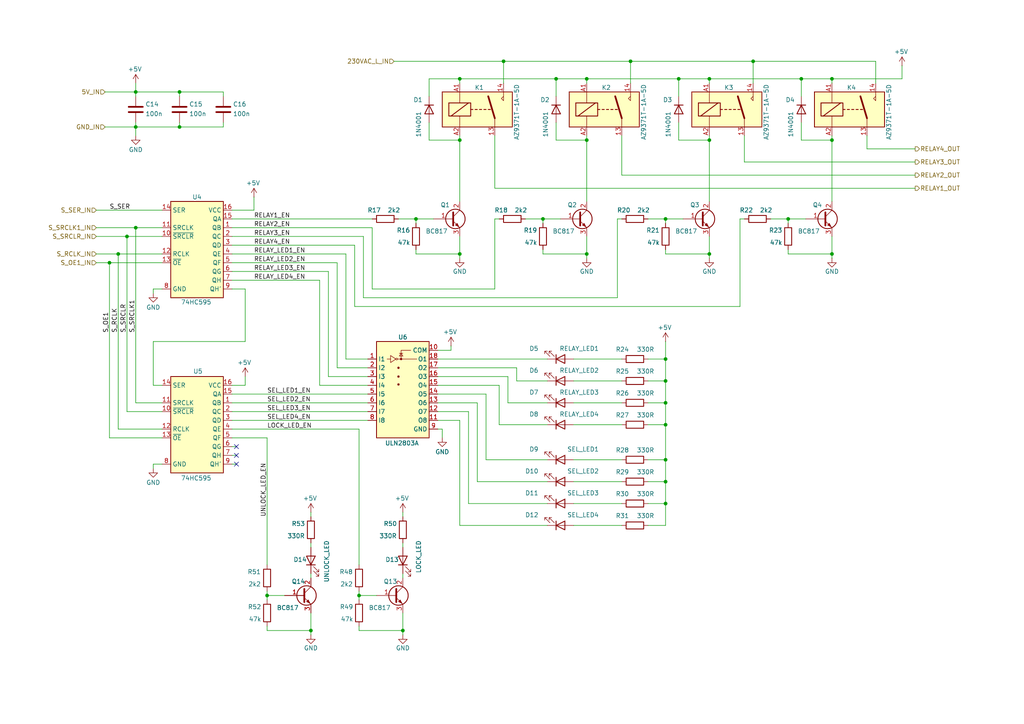
<source format=kicad_sch>
(kicad_sch (version 20231120) (generator "eeschema") (generator_version "8.0")
  (paper "A4")
  (lib_symbols
    (symbol "alf64:+5V" (power) (pin_numbers hide) (pin_names (offset 0) hide)
      (property "Value" "+5V" (at 0 3.556 0))
      (symbol "+5V_0_1"
        (polyline (pts (xy -0.762 1.27) (xy 0 2.54)))
        (polyline (pts (xy 0 0) (xy 0 2.54)))
        (polyline (pts (xy 0 2.54) (xy 0.762 1.27)))
      )
      (symbol "+5V_1_1"
        (pin power_in line (at 0 0 90) (length 0) (name "~") (number "1"))
      )
    )
    (symbol "alf64:74HC595"
      (property "Reference" "U" (at -7.62 13.97 0))
      (property "Value" "74HC595" (at -7.62 -16.51 0))
      (symbol "74HC595_1_0"
        (pin tri_state line (at 10.16 5.08 180) (length 2.54) (name "QB") (number "1"))
        (pin input line (at -10.16 2.54 0) (length 2.54) (name "~{SRCLR}") (number "10"))
        (pin input line (at -10.16 5.08 0) (length 2.54) (name "SRCLK") (number "11"))
        (pin input line (at -10.16 -2.54 0) (length 2.54) (name "RCLK") (number "12"))
        (pin input line (at -10.16 -5.08 0) (length 2.54) (name "~{OE}") (number "13"))
        (pin input line (at -10.16 10.16 0) (length 2.54) (name "SER") (number "14"))
        (pin tri_state line (at 10.16 7.62 180) (length 2.54) (name "QA") (number "15"))
        (pin power_in line (at 10.16 10.16 180) (length 2.54) (name "VCC") (number "16"))
        (pin tri_state line (at 10.16 2.54 180) (length 2.54) (name "QC") (number "2"))
        (pin tri_state line (at 10.16 0 180) (length 2.54) (name "QD") (number "3"))
        (pin tri_state line (at 10.16 -2.54 180) (length 2.54) (name "QE") (number "4"))
        (pin tri_state line (at 10.16 -5.08 180) (length 2.54) (name "QF") (number "5"))
        (pin tri_state line (at 10.16 -7.62 180) (length 2.54) (name "QG") (number "6"))
        (pin tri_state line (at 10.16 -10.16 180) (length 2.54) (name "QH") (number "7"))
        (pin power_in line (at -10.16 -12.7 0) (length 2.54) (name "GND") (number "8"))
        (pin output line (at 10.16 -12.7 180) (length 2.54) (name "QH'") (number "9"))
      )
      (symbol "74HC595_1_1"
        (rectangle (start -7.62 12.7) (end 7.62 -15.24) (stroke (width 0.254)) (fill (type background)))
      )
    )
    (symbol "alf64:C" (pin_numbers hide) (pin_names (offset 0.254))
      (property "Reference" "C" (at 0.635 2.54 0))
      (property "Value" "C" (at 0.635 -2.54 0))
      (symbol "C_0_1"
        (polyline (pts (xy -2.032 -0.762) (xy 2.032 -0.762)) (stroke (width 0.508)))
        (polyline (pts (xy -2.032 0.762) (xy 2.032 0.762)) (stroke (width 0.508)))
      )
      (symbol "C_1_1"
        (pin passive line (at 0 3.81 270) (length 2.794) (name "~") (number "1"))
        (pin passive line (at 0 -3.81 90) (length 2.794) (name "~") (number "2"))
      )
    )
    (symbol "alf64:D" (pin_numbers hide) (pin_names (offset 1.016) hide)
      (property "Reference" "D" (at 0 2.54 0))
      (property "Value" "D" (at 0 -2.54 0))
      (symbol "D_0_1"
        (polyline (pts (xy -1.27 1.27) (xy -1.27 -1.27)) (stroke (width 0.254)))
        (polyline (pts (xy 1.27 0) (xy -1.27 0)))
        (polyline (pts (xy 1.27 1.27) (xy 1.27 -1.27) (xy -1.27 0) (xy 1.27 1.27)) (stroke (width 0.254)))
      )
      (symbol "D_1_1"
        (pin passive line (at -3.81 0 0) (length 2.54) (name "K") (number "1"))
        (pin passive line (at 3.81 0 180) (length 2.54) (name "A") (number "2"))
      )
    )
    (symbol "alf64:GND" (power) (pin_numbers hide) (pin_names (offset 0) hide)
      (property "Value" "GND" (at 0 -3.81 0))
      (symbol "GND_0_1"
        (polyline (pts (xy 0 0) (xy 0 -1.27) (xy 1.27 -1.27) (xy 0 -2.54) (xy -1.27 -1.27) (xy 0 -1.27)))
      )
      (symbol "GND_1_1"
        (pin power_in line (at 0 0 270) (length 0) (name "~") (number "1"))
      )
    )
    (symbol "alf64:LED" (pin_numbers hide) (pin_names (offset 1.016) hide)
      (property "Reference" "D" (at 0 2.54 0))
      (property "Value" "LED" (at 0 -2.54 0))
      (symbol "LED_0_1"
        (polyline (pts (xy -1.27 -1.27) (xy -1.27 1.27)) (stroke (width 0.254)))
        (polyline (pts (xy -1.27 0) (xy 1.27 0)))
        (polyline (pts (xy 1.27 -1.27) (xy 1.27 1.27) (xy -1.27 0) (xy 1.27 -1.27)) (stroke (width 0.254)))
        (polyline (pts (xy -3.048 -0.762) (xy -4.572 -2.286) (xy -3.81 -2.286) (xy -4.572 -2.286) (xy -4.572 -1.524)))
        (polyline (pts (xy -1.778 -0.762) (xy -3.302 -2.286) (xy -2.54 -2.286) (xy -3.302 -2.286) (xy -3.302 -1.524)))
      )
      (symbol "LED_1_1"
        (pin passive line (at -3.81 0 0) (length 2.54) (name "K") (number "1"))
        (pin passive line (at 3.81 0 180) (length 2.54) (name "A") (number "2"))
      )
    )
    (symbol "alf64:Q_NPN_BCE" (pin_names (offset 0) hide)
      (property "Reference" "Q" (at 5.08 1.27 0))
      (property "Value" "Q_NPN_BCE" (at 5.08 -1.27 0))
      (symbol "Q_NPN_BCE_0_1"
        (polyline (pts (xy 0.635 0.635) (xy 2.54 2.54)))
        (polyline (pts (xy 0.635 -0.635) (xy 2.54 -2.54) (xy 2.54 -2.54)))
        (polyline (pts (xy 0.635 1.905) (xy 0.635 -1.905) (xy 0.635 -1.905)) (stroke (width 0.508)))
        (polyline (pts (xy 1.27 -1.778) (xy 1.778 -1.27) (xy 2.286 -2.286) (xy 1.27 -1.778) (xy 1.27 -1.778)) (fill (type outline)))
        (circle (center 1.27 0) (radius 2.8194) (stroke (width 0.254)))
      )
      (symbol "Q_NPN_BCE_1_1"
        (pin input line (at -5.08 0 0) (length 5.715) (name "B") (number "1"))
        (pin passive line (at 2.54 5.08 270) (length 2.54) (name "C") (number "2"))
        (pin passive line (at 2.54 -5.08 90) (length 2.54) (name "E") (number "3"))
      )
    )
    (symbol "alf64:R" (pin_numbers hide) (pin_names (offset 0))
      (property "Reference" "R" (at 2.032 0 90))
      (property "Value" "R" (at 0 0 90))
      (symbol "R_0_1"
        (rectangle (start -1.016 -2.54) (end 1.016 2.54) (stroke (width 0.254)))
      )
      (symbol "R_1_1"
        (pin passive line (at 0 3.81 270) (length 1.27) (name "~") (number "1"))
        (pin passive line (at 0 -3.81 90) (length 1.27) (name "~") (number "2"))
      )
    )
    (symbol "alf64:Relay_SPST-NO"
      (property "Reference" "K" (at 11.43 3.81 0))
      (property "Value" "Relay_SPST-NO" (at 11.43 1.27 0))
      (symbol "Relay_SPST-NO_0_0"
        (polyline (pts (xy 7.62 5.08) (xy 7.62 2.54) (xy 6.985 3.175) (xy 7.62 3.81)))
      )
      (symbol "Relay_SPST-NO_0_1"
        (rectangle (start -10.16 5.08) (end 10.16 -5.08) (stroke (width 0.254)) (fill (type background)))
        (rectangle (start -8.255 1.905) (end -1.905 -1.905) (stroke (width 0.254)))
        (polyline (pts (xy -7.62 -1.905) (xy -2.54 1.905)) (stroke (width 0.254)))
        (polyline (pts (xy -5.08 -5.08) (xy -5.08 -1.905)))
        (polyline (pts (xy -5.08 5.08) (xy -5.08 1.905)))
        (polyline (pts (xy -1.905 0) (xy -1.27 0)) (stroke (width 0.254)))
        (polyline (pts (xy -0.635 0) (xy 0 0)) (stroke (width 0.254)))
        (polyline (pts (xy 0.635 0) (xy 1.27 0)) (stroke (width 0.254)))
        (polyline (pts (xy 1.905 0) (xy 2.54 0)) (stroke (width 0.254)))
        (polyline (pts (xy 3.175 0) (xy 3.81 0)) (stroke (width 0.254)))
        (polyline (pts (xy 5.08 -2.54) (xy 3.175 3.81)) (stroke (width 0.508)))
        (polyline (pts (xy 5.08 -2.54) (xy 5.08 -5.08)))
      )
      (symbol "Relay_SPST-NO_1_1"
        (pin passive line (at 5.08 -7.62 90) (length 2.54) (name "~") (number "13"))
        (pin passive line (at 7.62 7.62 270) (length 2.54) (name "~") (number "14"))
        (pin passive line (at -5.08 7.62 270) (length 2.54) (name "~") (number "A1"))
        (pin passive line (at -5.08 -7.62 90) (length 2.54) (name "~") (number "A2"))
      )
    )
    (symbol "alf64:ULN2803A"
      (property "Reference" "U" (at 0 13.335 0))
      (property "Value" "ULN2803A" (at 0 11.43 0))
      (symbol "ULN2803A_0_1"
        (rectangle (start -7.62 10.16) (end 7.62 -17.78) (stroke (width 0.254)) (fill (type background)))
        (circle (center -1.778 5.08) (radius 0.254))
        (circle (center -1.27 -2.286) (radius 0.254) (fill (type outline)))
        (circle (center -1.27 0) (radius 0.254) (fill (type outline)))
        (circle (center -1.27 2.54) (radius 0.254) (fill (type outline)))
        (circle (center -0.508 5.08) (radius 0.254) (fill (type outline)))
        (polyline (pts (xy -4.572 5.08) (xy -3.556 5.08)))
        (polyline (pts (xy -1.524 5.08) (xy 4.064 5.08)))
        (polyline (pts (xy 0 6.731) (xy -1.016 6.731)))
        (polyline (pts (xy -0.508 5.08) (xy -0.508 7.62) (xy 2.286 7.62)))
        (polyline (pts (xy -3.556 6.096) (xy -3.556 4.064) (xy -2.032 5.08) (xy -3.556 6.096)))
        (polyline (pts (xy 0 5.969) (xy -1.016 5.969) (xy -0.508 6.731) (xy 0 5.969)))
      )
      (symbol "ULN2803A_1_1"
        (pin input line (at -10.16 5.08 0) (length 2.54) (name "I1") (number "1"))
        (pin passive line (at 10.16 7.62 180) (length 2.54) (name "COM") (number "10"))
        (pin open_collector line (at 10.16 -12.7 180) (length 2.54) (name "O8") (number "11"))
        (pin open_collector line (at 10.16 -10.16 180) (length 2.54) (name "O7") (number "12"))
        (pin open_collector line (at 10.16 -7.62 180) (length 2.54) (name "O6") (number "13"))
        (pin open_collector line (at 10.16 -5.08 180) (length 2.54) (name "O5") (number "14"))
        (pin open_collector line (at 10.16 -2.54 180) (length 2.54) (name "O4") (number "15"))
        (pin open_collector line (at 10.16 0 180) (length 2.54) (name "O3") (number "16"))
        (pin open_collector line (at 10.16 2.54 180) (length 2.54) (name "O2") (number "17"))
        (pin open_collector line (at 10.16 5.08 180) (length 2.54) (name "O1") (number "18"))
        (pin input line (at -10.16 2.54 0) (length 2.54) (name "I2") (number "2"))
        (pin input line (at -10.16 0 0) (length 2.54) (name "I3") (number "3"))
        (pin input line (at -10.16 -2.54 0) (length 2.54) (name "I4") (number "4"))
        (pin input line (at -10.16 -5.08 0) (length 2.54) (name "I5") (number "5"))
        (pin input line (at -10.16 -7.62 0) (length 2.54) (name "I6") (number "6"))
        (pin input line (at -10.16 -10.16 0) (length 2.54) (name "I7") (number "7"))
        (pin input line (at -10.16 -12.7 0) (length 2.54) (name "I8") (number "8"))
        (pin power_in line (at 10.16 -15.24 180) (length 2.54) (name "GND") (number "9"))
      )
    )
  )
  (junction (at 205.74 73.66))
  (junction (at 170.18 22.86))
  (junction (at 205.74 22.86))
  (junction (at 161.29 22.86))
  (junction (at 52.07 26.67))
  (junction (at 193.04 116.84))
  (junction (at 34.29 73.66))
  (junction (at 193.04 104.14))
  (junction (at 218.44 17.78))
  (junction (at 170.18 40.64))
  (junction (at 133.35 22.86))
  (junction (at 193.04 139.7))
  (junction (at 146.05 17.78))
  (junction (at 228.6 63.5))
  (junction (at 90.17 182.88))
  (junction (at 120.65 63.5))
  (junction (at 39.37 36.83))
  (junction (at 31.75 76.2))
  (junction (at 241.3 73.66))
  (junction (at 241.3 22.86))
  (junction (at 116.84 182.88))
  (junction (at 52.07 36.83))
  (junction (at 182.88 17.78))
  (junction (at 193.04 110.49))
  (junction (at 232.41 22.86))
  (junction (at 241.3 40.64))
  (junction (at 36.83 68.58))
  (junction (at 196.85 22.86))
  (junction (at 39.37 26.67))
  (junction (at 170.18 73.66))
  (junction (at 77.47 172.72))
  (junction (at 157.48 63.5))
  (junction (at 205.74 40.64))
  (junction (at 133.35 73.66))
  (junction (at 193.04 63.5))
  (junction (at 133.35 40.64))
  (junction (at 193.04 133.35))
  (junction (at 193.04 123.19))
  (junction (at 104.14 172.72))
  (junction (at 193.04 146.05))
  (junction (at 39.37 66.04))
  (no_connect (at 68.58 132.08))
  (no_connect (at 68.58 129.54))
  (no_connect (at 68.58 134.62))
  (wire (pts (xy 52.07 26.67) (xy 64.77 26.67)))
  (wire (pts (xy 179.07 86.36) (xy 105.41 86.36)))
  (wire (pts (xy 133.35 39.37) (xy 133.35 40.64)))
  (wire (pts (xy 46.99 83.82) (xy 44.45 83.82)))
  (wire (pts (xy 180.34 123.19) (xy 166.37 123.19)))
  (wire (pts (xy 205.74 24.13) (xy 205.74 22.86)))
  (wire (pts (xy 205.74 22.86) (xy 232.41 22.86)))
  (wire (pts (xy 95.25 109.22) (xy 106.68 109.22)))
  (wire (pts (xy 133.35 40.64) (xy 124.46 40.64)))
  (wire (pts (xy 193.04 63.5) (xy 198.12 63.5)))
  (wire (pts (xy 170.18 40.64) (xy 161.29 40.64)))
  (wire (pts (xy 67.31 81.28) (xy 92.71 81.28)))
  (wire (pts (xy 36.83 68.58) (xy 46.99 68.58)))
  (wire (pts (xy 133.35 73.66) (xy 133.35 68.58)))
  (wire (pts (xy 241.3 73.66) (xy 241.3 68.58)))
  (wire (pts (xy 67.31 129.54) (xy 68.58 129.54)))
  (wire (pts (xy 116.84 166.37) (xy 116.84 167.64)))
  (wire (pts (xy 90.17 182.88) (xy 90.17 184.15)))
  (wire (pts (xy 228.6 73.66) (xy 241.3 73.66)))
  (wire (pts (xy 193.04 73.66) (xy 205.74 73.66)))
  (wire (pts (xy 46.99 116.84) (xy 39.37 116.84)))
  (wire (pts (xy 228.6 63.5) (xy 233.68 63.5)))
  (wire (pts (xy 39.37 35.56) (xy 39.37 36.83)))
  (wire (pts (xy 187.96 110.49) (xy 193.04 110.49)))
  (wire (pts (xy 133.35 22.86) (xy 161.29 22.86)))
  (wire (pts (xy 193.04 116.84) (xy 193.04 110.49)))
  (wire (pts (xy 67.31 132.08) (xy 68.58 132.08)))
  (wire (pts (xy 138.43 116.84) (xy 127 116.84)))
  (wire (pts (xy 180.34 39.37) (xy 180.34 50.8)))
  (wire (pts (xy 170.18 73.66) (xy 170.18 74.93)))
  (wire (pts (xy 143.51 63.5) (xy 144.78 63.5)))
  (wire (pts (xy 223.52 63.5) (xy 228.6 63.5)))
  (wire (pts (xy 180.34 152.4) (xy 166.37 152.4)))
  (wire (pts (xy 64.77 35.56) (xy 64.77 36.83)))
  (wire (pts (xy 92.71 111.76) (xy 106.68 111.76)))
  (wire (pts (xy 205.74 73.66) (xy 205.74 68.58)))
  (wire (pts (xy 157.48 63.5) (xy 162.56 63.5)))
  (wire (pts (xy 44.45 83.82) (xy 44.45 85.09)))
  (wire (pts (xy 95.25 78.74) (xy 95.25 109.22)))
  (wire (pts (xy 127 101.6) (xy 130.81 101.6)))
  (wire (pts (xy 205.74 73.66) (xy 205.74 74.93)))
  (wire (pts (xy 170.18 39.37) (xy 170.18 40.64)))
  (wire (pts (xy 135.89 146.05) (xy 135.89 119.38)))
  (wire (pts (xy 228.6 63.5) (xy 228.6 64.77)))
  (wire (pts (xy 90.17 148.59) (xy 90.17 149.86)))
  (wire (pts (xy 39.37 26.67) (xy 52.07 26.67)))
  (wire (pts (xy 71.12 83.82) (xy 71.12 99.06)))
  (wire (pts (xy 133.35 121.92) (xy 127 121.92)))
  (wire (pts (xy 77.47 181.61) (xy 77.47 182.88)))
  (wire (pts (xy 27.94 73.66) (xy 34.29 73.66)))
  (wire (pts (xy 214.63 88.9) (xy 102.87 88.9)))
  (wire (pts (xy 147.32 116.84) (xy 158.75 116.84)))
  (wire (pts (xy 157.48 63.5) (xy 157.48 64.77)))
  (wire (pts (xy 67.31 76.2) (xy 97.79 76.2)))
  (wire (pts (xy 193.04 63.5) (xy 193.04 64.77)))
  (wire (pts (xy 187.96 123.19) (xy 193.04 123.19)))
  (wire (pts (xy 205.74 40.64) (xy 196.85 40.64)))
  (wire (pts (xy 170.18 22.86) (xy 161.29 22.86)))
  (wire (pts (xy 67.31 68.58) (xy 105.41 68.58)))
  (wire (pts (xy 143.51 54.61) (xy 265.43 54.61)))
  (wire (pts (xy 71.12 99.06) (xy 44.45 99.06)))
  (wire (pts (xy 44.45 99.06) (xy 44.45 111.76)))
  (wire (pts (xy 241.3 40.64) (xy 241.3 58.42)))
  (wire (pts (xy 97.79 76.2) (xy 97.79 106.68)))
  (wire (pts (xy 170.18 24.13) (xy 170.18 22.86)))
  (wire (pts (xy 64.77 27.94) (xy 64.77 26.67)))
  (wire (pts (xy 39.37 27.94) (xy 39.37 26.67)))
  (wire (pts (xy 44.45 135.89) (xy 44.45 134.62)))
  (wire (pts (xy 196.85 40.64) (xy 196.85 35.56)))
  (wire (pts (xy 144.78 111.76) (xy 144.78 123.19)))
  (wire (pts (xy 39.37 39.37) (xy 39.37 36.83)))
  (wire (pts (xy 241.3 22.86) (xy 232.41 22.86)))
  (wire (pts (xy 193.04 152.4) (xy 193.04 146.05)))
  (wire (pts (xy 138.43 139.7) (xy 138.43 116.84)))
  (wire (pts (xy 140.97 114.3) (xy 140.97 133.35)))
  (wire (pts (xy 77.47 127) (xy 77.47 163.83)))
  (wire (pts (xy 143.51 39.37) (xy 143.51 54.61)))
  (wire (pts (xy 67.31 121.92) (xy 106.68 121.92)))
  (wire (pts (xy 241.3 39.37) (xy 241.3 40.64)))
  (wire (pts (xy 158.75 133.35) (xy 140.97 133.35)))
  (wire (pts (xy 127 114.3) (xy 140.97 114.3)))
  (wire (pts (xy 104.14 124.46) (xy 67.31 124.46)))
  (wire (pts (xy 144.78 123.19) (xy 158.75 123.19)))
  (wire (pts (xy 170.18 40.64) (xy 170.18 58.42)))
  (wire (pts (xy 149.86 106.68) (xy 149.86 110.49)))
  (wire (pts (xy 130.81 101.6) (xy 130.81 100.33)))
  (wire (pts (xy 133.35 40.64) (xy 133.35 58.42)))
  (wire (pts (xy 27.94 68.58) (xy 36.83 68.58)))
  (wire (pts (xy 215.9 46.99) (xy 265.43 46.99)))
  (wire (pts (xy 90.17 182.88) (xy 90.17 177.8)))
  (wire (pts (xy 104.14 172.72) (xy 109.22 172.72)))
  (wire (pts (xy 187.96 63.5) (xy 193.04 63.5)))
  (wire (pts (xy 187.96 116.84) (xy 193.04 116.84)))
  (wire (pts (xy 127 104.14) (xy 158.75 104.14)))
  (wire (pts (xy 180.34 146.05) (xy 166.37 146.05)))
  (wire (pts (xy 97.79 106.68) (xy 106.68 106.68)))
  (wire (pts (xy 251.46 43.18) (xy 265.43 43.18)))
  (wire (pts (xy 133.35 24.13) (xy 133.35 22.86)))
  (wire (pts (xy 39.37 36.83) (xy 30.48 36.83)))
  (wire (pts (xy 127 111.76) (xy 144.78 111.76)))
  (wire (pts (xy 232.41 22.86) (xy 232.41 27.94)))
  (wire (pts (xy 104.14 172.72) (xy 104.14 173.99)))
  (wire (pts (xy 133.35 152.4) (xy 133.35 121.92)))
  (wire (pts (xy 180.34 139.7) (xy 166.37 139.7)))
  (wire (pts (xy 100.33 73.66) (xy 100.33 104.14)))
  (wire (pts (xy 127 109.22) (xy 147.32 109.22)))
  (wire (pts (xy 100.33 104.14) (xy 106.68 104.14)))
  (wire (pts (xy 180.34 110.49) (xy 166.37 110.49)))
  (wire (pts (xy 133.35 73.66) (xy 133.35 74.93)))
  (wire (pts (xy 179.07 63.5) (xy 180.34 63.5)))
  (wire (pts (xy 77.47 182.88) (xy 90.17 182.88)))
  (wire (pts (xy 114.3 17.78) (xy 146.05 17.78)))
  (wire (pts (xy 241.3 40.64) (xy 232.41 40.64)))
  (wire (pts (xy 218.44 24.13) (xy 218.44 17.78)))
  (wire (pts (xy 44.45 134.62) (xy 46.99 134.62)))
  (wire (pts (xy 147.32 109.22) (xy 147.32 116.84)))
  (wire (pts (xy 161.29 40.64) (xy 161.29 35.56)))
  (wire (pts (xy 128.27 124.46) (xy 128.27 127)))
  (wire (pts (xy 182.88 24.13) (xy 182.88 17.78)))
  (wire (pts (xy 104.14 171.45) (xy 104.14 172.72)))
  (wire (pts (xy 187.96 133.35) (xy 193.04 133.35)))
  (wire (pts (xy 205.74 40.64) (xy 205.74 58.42)))
  (wire (pts (xy 158.75 146.05) (xy 135.89 146.05)))
  (wire (pts (xy 31.75 76.2) (xy 46.99 76.2)))
  (wire (pts (xy 158.75 152.4) (xy 133.35 152.4)))
  (wire (pts (xy 73.66 60.96) (xy 73.66 57.15)))
  (wire (pts (xy 127 124.46) (xy 128.27 124.46)))
  (wire (pts (xy 193.04 146.05) (xy 193.04 139.7)))
  (wire (pts (xy 44.45 111.76) (xy 46.99 111.76)))
  (wire (pts (xy 71.12 111.76) (xy 71.12 109.22)))
  (wire (pts (xy 241.3 22.86) (xy 261.62 22.86)))
  (wire (pts (xy 232.41 40.64) (xy 232.41 35.56)))
  (wire (pts (xy 133.35 22.86) (xy 124.46 22.86)))
  (wire (pts (xy 254 24.13) (xy 254 17.78)))
  (wire (pts (xy 34.29 124.46) (xy 34.29 73.66)))
  (wire (pts (xy 196.85 22.86) (xy 196.85 27.94)))
  (wire (pts (xy 158.75 139.7) (xy 138.43 139.7)))
  (wire (pts (xy 157.48 73.66) (xy 170.18 73.66)))
  (wire (pts (xy 193.04 139.7) (xy 193.04 133.35)))
  (wire (pts (xy 143.51 83.82) (xy 143.51 63.5)))
  (wire (pts (xy 46.99 119.38) (xy 36.83 119.38)))
  (wire (pts (xy 46.99 127) (xy 31.75 127)))
  (wire (pts (xy 52.07 35.56) (xy 52.07 36.83)))
  (wire (pts (xy 214.63 88.9) (xy 214.63 63.5)))
  (wire (pts (xy 161.29 22.86) (xy 161.29 27.94)))
  (wire (pts (xy 67.31 60.96) (xy 73.66 60.96)))
  (wire (pts (xy 124.46 40.64) (xy 124.46 35.56)))
  (wire (pts (xy 34.29 73.66) (xy 46.99 73.66)))
  (wire (pts (xy 67.31 73.66) (xy 100.33 73.66)))
  (wire (pts (xy 180.34 104.14) (xy 166.37 104.14)))
  (wire (pts (xy 149.86 110.49) (xy 158.75 110.49)))
  (wire (pts (xy 187.96 139.7) (xy 193.04 139.7)))
  (wire (pts (xy 67.31 134.62) (xy 68.58 134.62)))
  (wire (pts (xy 157.48 72.39) (xy 157.48 73.66)))
  (wire (pts (xy 116.84 148.59) (xy 116.84 149.86)))
  (wire (pts (xy 146.05 17.78) (xy 182.88 17.78)))
  (wire (pts (xy 152.4 63.5) (xy 157.48 63.5)))
  (wire (pts (xy 124.46 22.86) (xy 124.46 27.94)))
  (wire (pts (xy 214.63 63.5) (xy 215.9 63.5)))
  (wire (pts (xy 127 106.68) (xy 149.86 106.68)))
  (wire (pts (xy 116.84 157.48) (xy 116.84 158.75)))
  (wire (pts (xy 205.74 22.86) (xy 196.85 22.86)))
  (wire (pts (xy 39.37 24.13) (xy 39.37 26.67)))
  (wire (pts (xy 39.37 116.84) (xy 39.37 66.04)))
  (wire (pts (xy 261.62 22.86) (xy 261.62 19.05)))
  (wire (pts (xy 193.04 104.14) (xy 193.04 99.06)))
  (wire (pts (xy 115.57 63.5) (xy 120.65 63.5)))
  (wire (pts (xy 67.31 71.12) (xy 102.87 71.12)))
  (wire (pts (xy 27.94 76.2) (xy 31.75 76.2)))
  (wire (pts (xy 180.34 133.35) (xy 166.37 133.35)))
  (wire (pts (xy 27.94 66.04) (xy 39.37 66.04)))
  (wire (pts (xy 90.17 166.37) (xy 90.17 167.64)))
  (wire (pts (xy 120.65 73.66) (xy 133.35 73.66)))
  (wire (pts (xy 187.96 152.4) (xy 193.04 152.4)))
  (wire (pts (xy 135.89 119.38) (xy 127 119.38)))
  (wire (pts (xy 102.87 88.9) (xy 102.87 71.12)))
  (wire (pts (xy 107.95 83.82) (xy 107.95 66.04)))
  (wire (pts (xy 104.14 124.46) (xy 104.14 163.83)))
  (wire (pts (xy 67.31 66.04) (xy 107.95 66.04)))
  (wire (pts (xy 120.65 72.39) (xy 120.65 73.66)))
  (wire (pts (xy 46.99 124.46) (xy 34.29 124.46)))
  (wire (pts (xy 205.74 39.37) (xy 205.74 40.64)))
  (wire (pts (xy 39.37 36.83) (xy 52.07 36.83)))
  (wire (pts (xy 104.14 181.61) (xy 104.14 182.88)))
  (wire (pts (xy 27.94 60.96) (xy 46.99 60.96)))
  (wire (pts (xy 90.17 157.48) (xy 90.17 158.75)))
  (wire (pts (xy 180.34 50.8) (xy 265.43 50.8)))
  (wire (pts (xy 104.14 182.88) (xy 116.84 182.88)))
  (wire (pts (xy 120.65 63.5) (xy 120.65 64.77)))
  (wire (pts (xy 67.31 119.38) (xy 106.68 119.38)))
  (wire (pts (xy 170.18 73.66) (xy 170.18 68.58)))
  (wire (pts (xy 193.04 110.49) (xy 193.04 104.14)))
  (wire (pts (xy 67.31 63.5) (xy 107.95 63.5)))
  (wire (pts (xy 77.47 171.45) (xy 77.47 172.72)))
  (wire (pts (xy 241.3 24.13) (xy 241.3 22.86)))
  (wire (pts (xy 52.07 36.83) (xy 64.77 36.83)))
  (wire (pts (xy 187.96 104.14) (xy 193.04 104.14)))
  (wire (pts (xy 116.84 182.88) (xy 116.84 177.8)))
  (wire (pts (xy 92.71 81.28) (xy 92.71 111.76)))
  (wire (pts (xy 31.75 127) (xy 31.75 76.2)))
  (wire (pts (xy 67.31 116.84) (xy 106.68 116.84)))
  (wire (pts (xy 67.31 78.74) (xy 95.25 78.74)))
  (wire (pts (xy 77.47 127) (xy 67.31 127)))
  (wire (pts (xy 193.04 133.35) (xy 193.04 123.19)))
  (wire (pts (xy 182.88 17.78) (xy 218.44 17.78)))
  (wire (pts (xy 146.05 17.78) (xy 146.05 24.13)))
  (wire (pts (xy 67.31 83.82) (xy 71.12 83.82)))
  (wire (pts (xy 251.46 39.37) (xy 251.46 43.18)))
  (wire (pts (xy 254 17.78) (xy 218.44 17.78)))
  (wire (pts (xy 67.31 111.76) (xy 71.12 111.76)))
  (wire (pts (xy 193.04 123.19) (xy 193.04 116.84)))
  (wire (pts (xy 67.31 114.3) (xy 106.68 114.3)))
  (wire (pts (xy 36.83 119.38) (xy 36.83 68.58)))
  (wire (pts (xy 39.37 66.04) (xy 46.99 66.04)))
  (wire (pts (xy 180.34 116.84) (xy 166.37 116.84)))
  (wire (pts (xy 215.9 39.37) (xy 215.9 46.99)))
  (wire (pts (xy 39.37 26.67) (xy 30.48 26.67)))
  (wire (pts (xy 143.51 83.82) (xy 107.95 83.82)))
  (wire (pts (xy 241.3 73.66) (xy 241.3 74.93)))
  (wire (pts (xy 193.04 72.39) (xy 193.04 73.66)))
  (wire (pts (xy 105.41 86.36) (xy 105.41 68.58)))
  (wire (pts (xy 187.96 146.05) (xy 193.04 146.05)))
  (wire (pts (xy 77.47 172.72) (xy 77.47 173.99)))
  (wire (pts (xy 77.47 172.72) (xy 82.55 172.72)))
  (wire (pts (xy 170.18 22.86) (xy 196.85 22.86)))
  (wire (pts (xy 116.84 182.88) (xy 116.84 184.15)))
  (wire (pts (xy 179.07 86.36) (xy 179.07 63.5)))
  (wire (pts (xy 228.6 72.39) (xy 228.6 73.66)))
  (wire (pts (xy 52.07 27.94) (xy 52.07 26.67)))
  (wire (pts (xy 120.65 63.5) (xy 125.73 63.5)))
  (label "SEL_LED2_EN" (at 77.47 116.84 0))
  (label "SEL_LED4_EN" (at 77.47 121.92 0))
  (label "RELAY4_EN" (at 73.66 71.12 0))
  (label "RELAY1_EN" (at 73.66 63.5 0))
  (label "S_OE1" (at 31.75 96.52 90))
  (label "SEL_LED3_EN" (at 77.47 119.38 0))
  (label "S_SRCLK1" (at 39.37 96.52 90))
  (label "S_RCLK" (at 34.29 96.52 90))
  (label "RELAY_LED1_EN" (at 73.66 73.66 0))
  (label "UNLOCK_LED_EN" (at 77.47 149.86 90))
  (label "SEL_LED1_EN" (at 77.47 114.3 0))
  (label "RELAY2_EN" (at 73.66 66.04 0))
  (label "RELAY_LED3_EN" (at 73.66 78.74 0))
  (label "S_SRCLR" (at 36.83 96.52 90))
  (label "RELAY_LED2_EN" (at 73.66 76.2 0))
  (label "LOCK_LED_EN" (at 77.47 124.46 0))
  (label "S_SER" (at 31.75 60.96 0))
  (label "RELAY3_EN" (at 73.66 68.58 0))
  (label "RELAY_LED4_EN" (at 73.66 81.28 0))
  (hierarchical_label "S_RCLK_IN" (shape input) (at 27.94 73.66 180))
  (hierarchical_label "RELAY2_OUT" (shape output) (at 265.43 50.8 0))
  (hierarchical_label "S_OE1_IN" (shape input) (at 27.94 76.2 180))
  (hierarchical_label "RELAY1_OUT" (shape output) (at 265.43 54.61 0))
  (hierarchical_label "GND_IN" (shape input) (at 30.48 36.83 180))
  (hierarchical_label "RELAY3_OUT" (shape output) (at 265.43 46.99 0))
  (hierarchical_label "S_SER_IN" (shape input) (at 27.94 60.96 180))
  (hierarchical_label "5V_IN" (shape input) (at 30.48 26.67 180))
  (hierarchical_label "S_SRCLR_IN" (shape input) (at 27.94 68.58 180))
  (hierarchical_label "230VAC_L_IN" (shape input) (at 114.3 17.78 180))
  (hierarchical_label "RELAY4_OUT" (shape output) (at 265.43 43.18 0))
  (hierarchical_label "S_SRCLK1_IN" (shape input) (at 27.94 66.04 180))
  (symbol (lib_id "alf64:+5V") (at 71.12 109.22 0) (unit 1)
    (property "Reference" "#PWR047" (effects (hide yes)))
    (property "Value" "+5V" (at 70.866 105.156 0))
    (property "Description" "Power symbol creates a global label with name \"+5V\"" (effects (hide yes)))
  )
  (symbol (lib_id "alf64:Q_NPN_BCE") (at 238.76 63.5 0) (unit 1)
    (property "Reference" "Q4" (at 235.712 59.436 0) (effects (justify left)))
    (property "Value" "BC817" (at 231.394 67.056 0) (effects (justify left)))
    (property "Description" "NPN transistor, base/collector/emitter" (effects (hide yes)))
  )
  (symbol (lib_id "alf64:R") (at 193.04 68.58 0) (unit 1)
    (property "Reference" "R21" (at 187.452 66.802 0) (effects (justify left)))
    (property "Value" "47k" (at 187.706 70.358 0) (effects (justify left)))
    (property "Description" "Resistor" (effects (hide yes)))
  )
  (symbol (lib_id "alf64:C") (at 52.07 31.75 0) (unit 1)
    (property "Reference" "C15" (at 54.864 30.226 0) (effects (justify left)))
    (property "Value" "100n" (at 54.864 33.02 0) (effects (justify left)))
    (property "Description" "Unpolarized capacitor" (effects (hide yes)))
  )
  (symbol (lib_id "alf64:Relay_SPST-NO") (at 138.43 31.75 0) (unit 1)
    (property "Reference" "K1" (at 137.668 25.4 0) (effects (justify left)))
    (property "Value" "AZ9371T-1A-5D" (at 149.86 40.64 90) (effects (justify left)))
    (property "Description" "Relay SPST, Normally Open, EN50005" (effects (hide yes)))
  )
  (symbol (lib_id "alf64:D") (at 161.29 31.75 270) (unit 1)
    (property "Reference" "D2" (at 156.718 28.956 90) (effects (justify left)))
    (property "Value" "1N4001" (at 158.242 32.258 0) (effects (justify left)))
    (property "Description" "Diode" (effects (hide yes)))
    (property "Sim.Device" "D" (effects (hide yes)))
    (property "Sim.Pins" "1=K 2=A" (effects (hide yes)))
  )
  (symbol (lib_id "alf64:GND") (at 205.74 74.93 0) (unit 1)
    (property "Reference" "#PWR021" (effects (hide yes)))
    (property "Value" "GND" (at 205.74 78.74 0))
    (property "Description" "Power symbol creates a global label with name \"GND\" , ground" (effects (hide yes)))
  )
  (symbol (lib_id "alf64:LED") (at 162.56 123.19 0) (mirror x) (unit 1)
    (property "Reference" "D8" (at 156.21 120.142 0) (effects (justify right)))
    (property "Value" "RELAY_LED4" (at 173.736 120.142 0) (effects (justify right)))
    (property "Description" "Light emitting diode" (effects (hide yes)))
  )
  (symbol (lib_id "alf64:GND") (at 39.37 39.37 0) (unit 1)
    (property "Reference" "#PWR025" (effects (hide yes)))
    (property "Value" "GND" (at 39.37 43.434 0))
    (property "Description" "Power symbol creates a global label with name \"GND\" , ground" (effects (hide yes)))
  )
  (symbol (lib_id "alf64:+5V") (at 116.84 148.59 0) (unit 1)
    (property "Reference" "#PWR041" (effects (hide yes)))
    (property "Value" "+5V" (at 116.586 144.526 0))
    (property "Description" "Power symbol creates a global label with name \"+5V\"" (effects (hide yes)))
  )
  (symbol (lib_id "alf64:LED") (at 162.56 110.49 0) (mirror x) (unit 1)
    (property "Reference" "D6" (at 156.21 107.442 0) (effects (justify right)))
    (property "Value" "RELAY_LED2" (at 173.736 107.442 0) (effects (justify right)))
    (property "Description" "Light emitting diode" (effects (hide yes)))
  )
  (symbol (lib_id "alf64:LED") (at 90.17 162.56 90) (unit 1)
    (property "Reference" "D14" (at 85.09 162.306 90) (effects (justify right)))
    (property "Value" "UNLOCK_LED" (at 94.742 156.718 0) (effects (justify right)))
    (property "Description" "Light emitting diode" (effects (hide yes)))
  )
  (symbol (lib_id "alf64:D") (at 196.85 31.75 270) (unit 1)
    (property "Reference" "D3" (at 192.278 28.956 90) (effects (justify left)))
    (property "Value" "1N4001" (at 193.802 32.258 0) (effects (justify left)))
    (property "Description" "Diode" (effects (hide yes)))
    (property "Sim.Device" "D" (effects (hide yes)))
    (property "Sim.Pins" "1=K 2=A" (effects (hide yes)))
  )
  (symbol (lib_id "alf64:LED") (at 162.56 152.4 0) (mirror x) (unit 1)
    (property "Reference" "D12" (at 156.21 149.352 0) (effects (justify right)))
    (property "Value" "SEL_LED4" (at 173.736 149.352 0) (effects (justify right)))
    (property "Description" "Light emitting diode" (effects (hide yes)))
  )
  (symbol (lib_id "alf64:+5V") (at 130.81 100.33 0) (unit 1)
    (property "Reference" "#PWR023" (effects (hide yes)))
    (property "Value" "+5V" (at 130.556 96.266 0))
    (property "Description" "Power symbol creates a global label with name \"+5V\"" (effects (hide yes)))
  )
  (symbol (lib_id "alf64:Q_NPN_BCE") (at 87.63 172.72 0) (unit 1)
    (property "Reference" "Q14" (at 84.582 168.656 0) (effects (justify left)))
    (property "Value" "BC817" (at 80.264 176.276 0) (effects (justify left)))
    (property "Description" "NPN transistor, base/collector/emitter" (effects (hide yes)))
  )
  (symbol (lib_id "alf64:R") (at 184.15 139.7 270) (unit 1)
    (property "Reference" "R29" (at 178.562 136.906 90) (effects (justify left)))
    (property "Value" "330R" (at 184.658 136.906 90) (effects (justify left)))
    (property "Description" "Resistor" (effects (hide yes)))
  )
  (symbol (lib_id "alf64:+5V") (at 90.17 148.59 0) (unit 1)
    (property "Reference" "#PWR043" (effects (hide yes)))
    (property "Value" "+5V" (at 89.916 144.526 0))
    (property "Description" "Power symbol creates a global label with name \"+5V\"" (effects (hide yes)))
  )
  (symbol (lib_id "alf64:R") (at 120.65 68.58 0) (unit 1)
    (property "Reference" "R16" (at 115.062 66.802 0) (effects (justify left)))
    (property "Value" "47k" (at 115.316 70.358 0) (effects (justify left)))
    (property "Description" "Resistor" (effects (hide yes)))
  )
  (symbol (lib_id "alf64:Relay_SPST-NO") (at 210.82 31.75 0) (unit 1)
    (property "Reference" "K3" (at 210.058 25.4 0) (effects (justify left)))
    (property "Value" "AZ9371T-1A-5D" (at 222.25 40.64 90) (effects (justify left)))
    (property "Description" "Relay SPST, Normally Open, EN50005" (effects (hide yes)))
  )
  (symbol (lib_id "alf64:R") (at 157.48 68.58 0) (unit 1)
    (property "Reference" "R19" (at 151.892 66.802 0) (effects (justify left)))
    (property "Value" "47k" (at 152.146 70.358 0) (effects (justify left)))
    (property "Description" "Resistor" (effects (hide yes)))
  )
  (symbol (lib_id "alf64:ULN2803A") (at 116.84 109.22 0) (unit 1)
    (property "Reference" "U6" (at 116.84 97.79 0))
    (property "Value" "ULN2803A" (at 116.586 128.524 0))
    (property "Description" "Darlington Transistor Arrays, SOIC18/DIP18" (effects (hide yes)))
  )
  (symbol (lib_id "alf64:Q_NPN_BCE") (at 167.64 63.5 0) (unit 1)
    (property "Reference" "Q2" (at 164.592 59.436 0) (effects (justify left)))
    (property "Value" "BC817" (at 160.274 67.056 0) (effects (justify left)))
    (property "Description" "NPN transistor, base/collector/emitter" (effects (hide yes)))
  )
  (symbol (lib_id "alf64:GND") (at 133.35 74.93 0) (unit 1)
    (property "Reference" "#PWR019" (effects (hide yes)))
    (property "Value" "GND" (at 133.35 78.74 0))
    (property "Description" "Power symbol creates a global label with name \"GND\" , ground" (effects (hide yes)))
  )
  (symbol (lib_id "alf64:Relay_SPST-NO") (at 175.26 31.75 0) (unit 1)
    (property "Reference" "K2" (at 174.498 25.4 0) (effects (justify left)))
    (property "Value" "AZ9371T-1A-5D" (at 186.69 40.64 90) (effects (justify left)))
    (property "Description" "Relay SPST, Normally Open, EN50005" (effects (hide yes)))
  )
  (symbol (lib_id "alf64:R") (at 104.14 167.64 180) (unit 1)
    (property "Reference" "R48" (at 102.362 165.862 0) (effects (justify left)))
    (property "Value" "2k2" (at 102.362 169.418 0) (effects (justify left)))
    (property "Description" "Resistor" (effects (hide yes)))
  )
  (symbol (lib_id "alf64:C") (at 64.77 31.75 0) (unit 1)
    (property "Reference" "C16" (at 67.564 30.226 0) (effects (justify left)))
    (property "Value" "100n" (at 67.564 33.02 0) (effects (justify left)))
    (property "Description" "Unpolarized capacitor" (effects (hide yes)))
  )
  (symbol (lib_id "alf64:R") (at 148.59 63.5 90) (unit 1)
    (property "Reference" "R18" (at 147.32 60.96 90) (effects (justify left)))
    (property "Value" "2k2" (at 152.908 60.96 90) (effects (justify left)))
    (property "Description" "Resistor" (effects (hide yes)))
  )
  (symbol (lib_id "alf64:D") (at 232.41 31.75 270) (unit 1)
    (property "Reference" "D4" (at 227.838 28.956 90) (effects (justify left)))
    (property "Value" "1N4001" (at 229.362 32.258 0) (effects (justify left)))
    (property "Description" "Diode" (effects (hide yes)))
    (property "Sim.Device" "D" (effects (hide yes)))
    (property "Sim.Pins" "1=K 2=A" (effects (hide yes)))
  )
  (symbol (lib_id "alf64:GND") (at 241.3 74.93 0) (unit 1)
    (property "Reference" "#PWR022" (effects (hide yes)))
    (property "Value" "GND" (at 241.3 78.74 0))
    (property "Description" "Power symbol creates a global label with name \"GND\" , ground" (effects (hide yes)))
  )
  (symbol (lib_id "alf64:R") (at 104.14 177.8 0) (unit 1)
    (property "Reference" "R49" (at 98.552 176.022 0) (effects (justify left)))
    (property "Value" "47k" (at 98.806 179.578 0) (effects (justify left)))
    (property "Description" "Resistor" (effects (hide yes)))
  )
  (symbol (lib_id "alf64:+5V") (at 261.62 19.05 0) (unit 1)
    (property "Reference" "#PWR045" (effects (hide yes)))
    (property "Value" "+5V" (at 261.366 14.986 0))
    (property "Description" "Power symbol creates a global label with name \"+5V\"" (effects (hide yes)))
  )
  (symbol (lib_id "alf64:LED") (at 162.56 116.84 0) (mirror x) (unit 1)
    (property "Reference" "D7" (at 156.21 113.792 0) (effects (justify right)))
    (property "Value" "RELAY_LED3" (at 173.736 113.792 0) (effects (justify right)))
    (property "Description" "Light emitting diode" (effects (hide yes)))
  )
  (symbol (lib_id "alf64:R") (at 184.15 116.84 270) (unit 1)
    (property "Reference" "R26" (at 178.562 114.046 90) (effects (justify left)))
    (property "Value" "330R" (at 184.658 114.046 90) (effects (justify left)))
    (property "Description" "Resistor" (effects (hide yes)))
  )
  (symbol (lib_id "alf64:GND") (at 128.27 127 0) (unit 1)
    (property "Reference" "#PWR029" (effects (hide yes)))
    (property "Value" "GND" (at 128.27 131.064 0))
    (property "Description" "Power symbol creates a global label with name \"GND\" , ground" (effects (hide yes)))
  )
  (symbol (lib_id "alf64:LED") (at 162.56 139.7 0) (mirror x) (unit 1)
    (property "Reference" "D10" (at 156.21 136.652 0) (effects (justify right)))
    (property "Value" "SEL_LED2" (at 173.736 136.652 0) (effects (justify right)))
    (property "Description" "Light emitting diode" (effects (hide yes)))
  )
  (symbol (lib_id "alf64:R") (at 184.15 123.19 270) (unit 1)
    (property "Reference" "R27" (at 178.562 120.396 90) (effects (justify left)))
    (property "Value" "330R" (at 184.658 120.396 90) (effects (justify left)))
    (property "Description" "Resistor" (effects (hide yes)))
  )
  (symbol (lib_id "alf64:C") (at 39.37 31.75 0) (unit 1)
    (property "Reference" "C14" (at 42.164 30.226 0) (effects (justify left)))
    (property "Value" "100n" (at 42.164 33.02 0) (effects (justify left)))
    (property "Description" "Unpolarized capacitor" (effects (hide yes)))
  )
  (symbol (lib_id "alf64:LED") (at 162.56 146.05 0) (mirror x) (unit 1)
    (property "Reference" "D11" (at 156.21 143.002 0) (effects (justify right)))
    (property "Value" "SEL_LED3" (at 173.736 143.002 0) (effects (justify right)))
    (property "Description" "Light emitting diode" (effects (hide yes)))
  )
  (symbol (lib_id "alf64:R") (at 111.76 63.5 90) (unit 1)
    (property "Reference" "R17" (at 110.49 60.96 90) (effects (justify left)))
    (property "Value" "2k2" (at 116.078 60.96 90) (effects (justify left)))
    (property "Description" "Resistor" (effects (hide yes)))
  )
  (symbol (lib_id "alf64:R") (at 184.15 63.5 90) (unit 1)
    (property "Reference" "R20" (at 182.88 60.96 90) (effects (justify left)))
    (property "Value" "2k2" (at 188.468 60.96 90) (effects (justify left)))
    (property "Description" "Resistor" (effects (hide yes)))
  )
  (symbol (lib_id "alf64:GND") (at 44.45 135.89 0) (unit 1)
    (property "Reference" "#PWR027" (effects (hide yes)))
    (property "Value" "GND" (at 44.45 139.954 0))
    (property "Description" "Power symbol creates a global label with name \"GND\" , ground" (effects (hide yes)))
  )
  (symbol (lib_id "alf64:LED") (at 116.84 162.56 90) (unit 1)
    (property "Reference" "D13" (at 111.76 162.306 90) (effects (justify right)))
    (property "Value" "LOCK_LED" (at 121.412 156.718 0) (effects (justify right)))
    (property "Description" "Light emitting diode" (effects (hide yes)))
  )
  (symbol (lib_id "alf64:R") (at 116.84 153.67 0) (unit 1)
    (property "Reference" "R50" (at 111.252 151.892 0) (effects (justify left)))
    (property "Value" "330R" (at 109.982 155.448 0) (effects (justify left)))
    (property "Description" "Resistor" (effects (hide yes)))
  )
  (symbol (lib_id "alf64:R") (at 77.47 177.8 0) (unit 1)
    (property "Reference" "R52" (at 71.882 176.022 0) (effects (justify left)))
    (property "Value" "47k" (at 72.136 179.578 0) (effects (justify left)))
    (property "Description" "Resistor" (effects (hide yes)))
  )
  (symbol (lib_id "alf64:+5V") (at 39.37 24.13 0) (unit 1)
    (property "Reference" "#PWR024" (effects (hide yes)))
    (property "Value" "+5V" (at 39.116 20.066 0))
    (property "Description" "Power symbol creates a global label with name \"+5V\"" (effects (hide yes)))
  )
  (symbol (lib_id "alf64:74HC595") (at 57.15 71.12 0) (unit 1)
    (property "Reference" "U4" (at 57.15 57.15 0))
    (property "Value" "74HC595" (at 56.896 87.63 0))
  )
  (symbol (lib_id "alf64:R") (at 77.47 167.64 180) (unit 1)
    (property "Reference" "R51" (at 75.692 165.862 0) (effects (justify left)))
    (property "Value" "2k2" (at 75.692 169.418 0) (effects (justify left)))
    (property "Description" "Resistor" (effects (hide yes)))
  )
  (symbol (lib_id "alf64:R") (at 184.15 110.49 270) (unit 1)
    (property "Reference" "R25" (at 178.562 107.696 90) (effects (justify left)))
    (property "Value" "330R" (at 184.658 107.696 90) (effects (justify left)))
    (property "Description" "Resistor" (effects (hide yes)))
  )
  (symbol (lib_id "alf64:R") (at 219.71 63.5 90) (unit 1)
    (property "Reference" "R22" (at 218.44 60.96 90) (effects (justify left)))
    (property "Value" "2k2" (at 224.028 60.96 90) (effects (justify left)))
    (property "Description" "Resistor" (effects (hide yes)))
  )
  (symbol (lib_id "alf64:LED") (at 162.56 104.14 0) (mirror x) (unit 1)
    (property "Reference" "D5" (at 156.21 101.092 0) (effects (justify right)))
    (property "Value" "RELAY_LED1" (at 173.736 101.092 0) (effects (justify right)))
    (property "Description" "Light emitting diode" (effects (hide yes)))
  )
  (symbol (lib_id "alf64:LED") (at 162.56 133.35 0) (mirror x) (unit 1)
    (property "Reference" "D9" (at 156.21 130.302 0) (effects (justify right)))
    (property "Value" "SEL_LED1" (at 173.736 130.302 0) (effects (justify right)))
    (property "Description" "Light emitting diode" (effects (hide yes)))
  )
  (symbol (lib_id "alf64:R") (at 228.6 68.58 0) (unit 1)
    (property "Reference" "R23" (at 223.012 66.802 0) (effects (justify left)))
    (property "Value" "47k" (at 223.266 70.358 0) (effects (justify left)))
    (property "Description" "Resistor" (effects (hide yes)))
  )
  (symbol (lib_id "alf64:+5V") (at 73.66 57.15 0) (unit 1)
    (property "Reference" "#PWR046" (effects (hide yes)))
    (property "Value" "+5V" (at 73.406 53.086 0))
    (property "Description" "Power symbol creates a global label with name \"+5V\"" (effects (hide yes)))
  )
  (symbol (lib_id "alf64:GND") (at 170.18 74.93 0) (unit 1)
    (property "Reference" "#PWR020" (effects (hide yes)))
    (property "Value" "GND" (at 170.18 78.74 0))
    (property "Description" "Power symbol creates a global label with name \"GND\" , ground" (effects (hide yes)))
  )
  (symbol (lib_id "alf64:R") (at 90.17 153.67 0) (unit 1)
    (property "Reference" "R53" (at 84.582 151.892 0) (effects (justify left)))
    (property "Value" "330R" (at 83.312 155.448 0) (effects (justify left)))
    (property "Description" "Resistor" (effects (hide yes)))
  )
  (symbol (lib_id "alf64:GND") (at 90.17 184.15 0) (unit 1)
    (property "Reference" "#PWR044" (effects (hide yes)))
    (property "Value" "GND" (at 90.17 187.96 0))
    (property "Description" "Power symbol creates a global label with name \"GND\" , ground" (effects (hide yes)))
  )
  (symbol (lib_id "alf64:R") (at 184.15 146.05 270) (unit 1)
    (property "Reference" "R30" (at 178.562 143.256 90) (effects (justify left)))
    (property "Value" "330R" (at 184.658 143.256 90) (effects (justify left)))
    (property "Description" "Resistor" (effects (hide yes)))
  )
  (symbol (lib_id "alf64:Q_NPN_BCE") (at 203.2 63.5 0) (unit 1)
    (property "Reference" "Q3" (at 200.152 59.436 0) (effects (justify left)))
    (property "Value" "BC817" (at 195.834 67.056 0) (effects (justify left)))
    (property "Description" "NPN transistor, base/collector/emitter" (effects (hide yes)))
  )
  (symbol (lib_id "alf64:+5V") (at 193.04 99.06 0) (unit 1)
    (property "Reference" "#PWR028" (effects (hide yes)))
    (property "Value" "+5V" (at 192.786 94.996 0))
    (property "Description" "Power symbol creates a global label with name \"+5V\"" (effects (hide yes)))
  )
  (symbol (lib_id "alf64:R") (at 184.15 104.14 270) (unit 1)
    (property "Reference" "R24" (at 178.562 101.346 90) (effects (justify left)))
    (property "Value" "330R" (at 184.658 101.346 90) (effects (justify left)))
    (property "Description" "Resistor" (effects (hide yes)))
  )
  (symbol (lib_id "alf64:Relay_SPST-NO") (at 246.38 31.75 0) (unit 1)
    (property "Reference" "K4" (at 245.618 25.4 0) (effects (justify left)))
    (property "Value" "AZ9371T-1A-5D" (at 257.81 40.64 90) (effects (justify left)))
    (property "Description" "Relay SPST, Normally Open, EN50005" (effects (hide yes)))
  )
  (symbol (lib_id "alf64:R") (at 184.15 152.4 270) (unit 1)
    (property "Reference" "R31" (at 178.562 149.606 90) (effects (justify left)))
    (property "Value" "330R" (at 184.658 149.606 90) (effects (justify left)))
    (property "Description" "Resistor" (effects (hide yes)))
  )
  (symbol (lib_id "alf64:Q_NPN_BCE") (at 130.81 63.5 0) (unit 1)
    (property "Reference" "Q1" (at 127.762 59.436 0) (effects (justify left)))
    (property "Value" "BC817" (at 123.444 67.056 0) (effects (justify left)))
    (property "Description" "NPN transistor, base/collector/emitter" (effects (hide yes)))
  )
  (symbol (lib_id "alf64:GND") (at 116.84 184.15 0) (unit 1)
    (property "Reference" "#PWR042" (effects (hide yes)))
    (property "Value" "GND" (at 116.84 187.96 0))
    (property "Description" "Power symbol creates a global label with name \"GND\" , ground" (effects (hide yes)))
  )
  (symbol (lib_id "alf64:D") (at 124.46 31.75 270) (unit 1)
    (property "Reference" "D1" (at 119.888 28.956 90) (effects (justify left)))
    (property "Value" "1N4001" (at 121.412 32.258 0) (effects (justify left)))
    (property "Description" "Diode" (effects (hide yes)))
    (property "Sim.Device" "D" (effects (hide yes)))
    (property "Sim.Pins" "1=K 2=A" (effects (hide yes)))
  )
  (symbol (lib_id "alf64:Q_NPN_BCE") (at 114.3 172.72 0) (unit 1)
    (property "Reference" "Q13" (at 111.252 168.656 0) (effects (justify left)))
    (property "Value" "BC817" (at 106.934 176.276 0) (effects (justify left)))
    (property "Description" "NPN transistor, base/collector/emitter" (effects (hide yes)))
  )
  (symbol (lib_id "alf64:74HC595") (at 57.15 121.92 0) (unit 1)
    (property "Reference" "U5" (at 57.404 107.696 0))
    (property "Value" "74HC595" (at 56.896 138.684 0))
  )
  (symbol (lib_id "alf64:GND") (at 44.45 85.09 0) (unit 1)
    (property "Reference" "#PWR026" (effects (hide yes)))
    (property "Value" "GND" (at 44.45 89.154 0))
    (property "Description" "Power symbol creates a global label with name \"GND\" , ground" (effects (hide yes)))
  )
  (symbol (lib_id "alf64:R") (at 184.15 133.35 270) (unit 1)
    (property "Reference" "R28" (at 178.562 130.556 90) (effects (justify left)))
    (property "Value" "330R" (at 184.658 130.556 90) (effects (justify left)))
    (property "Description" "Resistor" (effects (hide yes)))
  )
)
</source>
